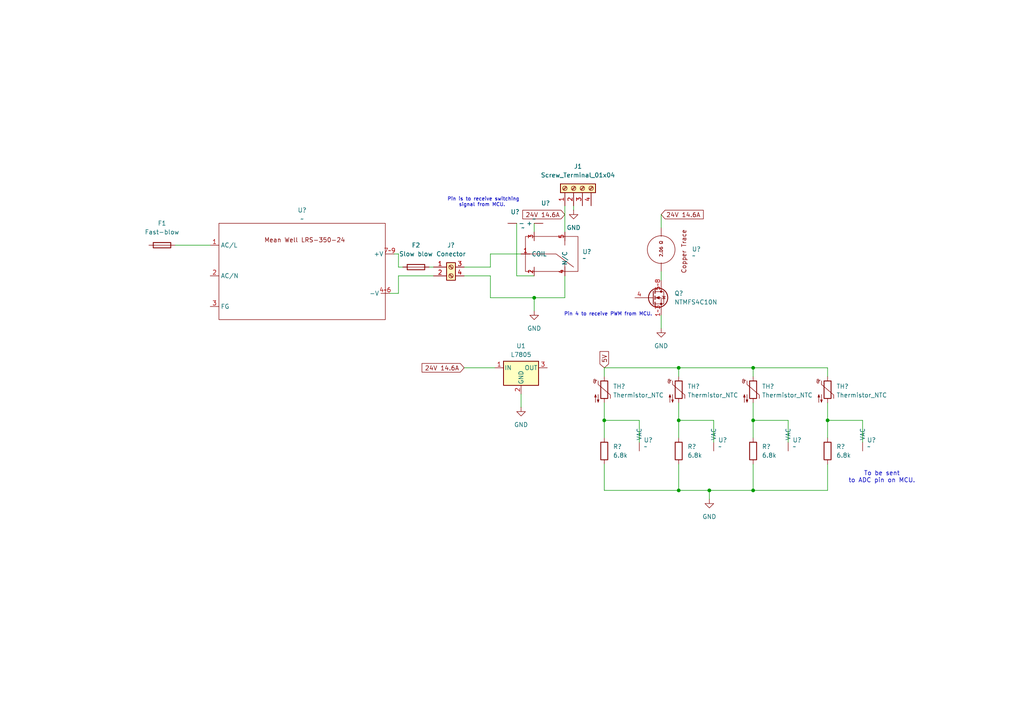
<source format=kicad_sch>
(kicad_sch (version 20231120) (generator "eeschema") (generator_version "8.0")
  (paper "A4")
  (title_block (title "May 22nd Update") (date "2025-05-22") (rev "1") (company "QRET"))
  (lib_symbols
    (symbol "Connector:Screw_Terminal_01x04" (pin_names (offset 1.016) hide)
      (property "Reference" "J" (at 0 5.08 0))
      (property "Value" "Screw_Terminal_01x04" (at 0 -7.62 0))
      (symbol "Screw_Terminal_01x04_1_1"
        (rectangle (start -1.27 3.81) (end 1.27 -6.35) (stroke (width 0.254)) (fill (type background)))
        (circle (center 0 -5.08) (radius 0.635) (stroke (width 0.1524)))
        (circle (center 0 -2.54) (radius 0.635) (stroke (width 0.1524)))
        (polyline (pts (xy -0.5334 -4.7498) (xy 0.3302 -5.588)) (stroke (width 0.1524)))
        (polyline (pts (xy -0.5334 -2.2098) (xy 0.3302 -3.048)) (stroke (width 0.1524)))
        (polyline (pts (xy -0.5334 0.3302) (xy 0.3302 -0.508)) (stroke (width 0.1524)))
        (polyline (pts (xy -0.5334 2.8702) (xy 0.3302 2.032)) (stroke (width 0.1524)))
        (polyline (pts (xy -0.3556 -4.572) (xy 0.508 -5.4102)) (stroke (width 0.1524)))
        (polyline (pts (xy -0.3556 -2.032) (xy 0.508 -2.8702)) (stroke (width 0.1524)))
        (polyline (pts (xy -0.3556 0.508) (xy 0.508 -0.3302)) (stroke (width 0.1524)))
        (polyline (pts (xy -0.3556 3.048) (xy 0.508 2.2098)) (stroke (width 0.1524)))
        (circle (center 0 0) (radius 0.635) (stroke (width 0.1524)))
        (circle (center 0 2.54) (radius 0.635) (stroke (width 0.1524)))
        (pin passive line (at -5.08 2.54 0) (length 3.81) (name "Pin_1") (number "1"))
        (pin passive line (at -5.08 0 0) (length 3.81) (name "Pin_2") (number "2"))
        (pin passive line (at -5.08 -2.54 0) (length 3.81) (name "Pin_3") (number "3"))
        (pin passive line (at -5.08 -5.08 0) (length 3.81) (name "Pin_4") (number "4"))
      )
    )
    (symbol "Device:Fuse" (pin_numbers hide) (pin_names (offset 0))
      (property "Reference" "F" (at 2.032 0 90))
      (property "Value" "Fuse" (at -1.905 0 90))
      (symbol "Fuse_0_1"
        (rectangle (start -0.762 -2.54) (end 0.762 2.54) (stroke (width 0.254)))
        (polyline (pts (xy 0 2.54) (xy 0 -2.54)))
      )
      (symbol "Fuse_1_1"
        (pin passive line (at 0 3.81 270) (length 1.27) (name "~") (number "1"))
        (pin passive line (at 0 -3.81 90) (length 1.27) (name "~") (number "2"))
      )
    )
    (symbol "Device:R" (pin_numbers hide) (pin_names (offset 0))
      (property "Reference" "R" (at 2.032 0 90))
      (property "Value" "R" (at 0 0 90))
      (symbol "R_0_1"
        (rectangle (start -1.016 -2.54) (end 1.016 2.54) (stroke (width 0.254)))
      )
      (symbol "R_1_1"
        (pin passive line (at 0 3.81 270) (length 1.27) (name "~") (number "1"))
        (pin passive line (at 0 -3.81 90) (length 1.27) (name "~") (number "2"))
      )
    )
    (symbol "Device:Thermistor_NTC" (pin_numbers hide) (pin_names (offset 0))
      (property "Reference" "TH" (at -4.445 0 90))
      (property "Value" "Thermistor_NTC" (at 3.175 0 90))
      (symbol "Thermistor_NTC_0_1"
        (arc (start -3.048 2.159) (mid -3.0495 2.3143) (end -3.175 2.413))
        (arc (start -3.048 2.159) (mid -2.9736 1.9794) (end -2.794 1.905))
        (arc (start -3.048 2.794) (mid -2.9736 2.6144) (end -2.794 2.54))
        (arc (start -2.794 1.905) (mid -2.6144 1.9794) (end -2.54 2.159))
        (arc (start -2.794 2.54) (mid -2.4393 2.5587) (end -2.159 2.794))
        (arc (start -2.794 3.048) (mid -2.9736 2.9736) (end -3.048 2.794))
        (arc (start -2.54 2.794) (mid -2.6144 2.9736) (end -2.794 3.048))
        (rectangle (start -1.016 2.54) (end 1.016 -2.54) (stroke (width 0.254)))
        (polyline (pts (xy -2.54 2.159) (xy -2.54 2.794)))
        (polyline (pts (xy -1.778 2.54) (xy -1.778 1.524) (xy 1.778 -1.524) (xy 1.778 -2.54)))
        (polyline (pts (xy -2.54 -3.683) (xy -2.54 -1.397) (xy -2.794 -2.159) (xy -2.286 -2.159) (xy -2.54 -1.397) (xy -2.54 -1.651)) (fill (type outline)))
        (polyline (pts (xy -1.778 -1.397) (xy -1.778 -3.683) (xy -2.032 -2.921) (xy -1.524 -2.921) (xy -1.778 -3.683) (xy -1.778 -3.429)) (fill (type outline)))
      )
      (symbol "Thermistor_NTC_1_1"
        (pin passive line (at 0 3.81 270) (length 1.27) (name "~") (number "1"))
        (pin passive line (at 0 -3.81 90) (length 1.27) (name "~") (number "2"))
      )
    )
    (symbol "Kapton PCB:3.3V"
      (property "Reference" "U" (at 0 0 0))
      (symbol "3.3V_1_1"
        (pin output line (at 2.54 1.27 180) (length 2.54) (name "3.3V") (number ""))
      )
    )
    (symbol "Kapton PCB:COIL_PIN_1"
      (property "Reference" "U" (at 0 0 0))
      (symbol "COIL_PIN_1_1_1"
        (pin input line (at -1.27 3.81 0) (length 2.54) (name "+") (number ""))
      )
    )
    (symbol "Kapton PCB:COIL_PIN_2"
      (property "Reference" "U" (at 0 0 0))
      (symbol "COIL_PIN_2_1_1"
        (pin output line (at -1.27 2.54 0) (length 2.54) (name "-") (number ""))
      )
    )
    (symbol "Kapton PCB:Conector" (pin_names (offset 1.016) hide)
      (property "Reference" "J" (at 0 2.54 0))
      (property "Value" "Conector" (at 0 -5.08 0))
      (symbol "Conector_1_1"
        (rectangle (start -1.27 1.27) (end 1.27 -3.81) (stroke (width 0.254)) (fill (type background)))
        (circle (center 0 -2.54) (radius 0.635) (stroke (width 0.1524)))
        (polyline (pts (xy -0.5334 -2.2098) (xy 0.3302 -3.048)) (stroke (width 0.1524)))
        (polyline (pts (xy -0.5334 0.3302) (xy 0.3302 -0.508)) (stroke (width 0.1524)))
        (polyline (pts (xy -0.3556 -2.032) (xy 0.508 -2.8702)) (stroke (width 0.1524)))
        (polyline (pts (xy -0.3556 0.508) (xy 0.508 -0.3302)) (stroke (width 0.1524)))
        (circle (center 0 0) (radius 0.635) (stroke (width 0.1524)))
        (pin passive line (at -5.08 0 0) (length 3.81) (name "Pin_1") (number "1"))
        (pin passive line (at -5.08 -2.54 0) (length 3.81) (name "Pin_2") (number "2"))
        (pin output line (at 3.81 0 180) (length 2.54) (name "") (number "3"))
        (pin output line (at 3.81 -2.54 180) (length 2.54) (name "") (number "4"))
      )
    )
    (symbol "Kapton PCB:Mechanical_Switch_Relay"
      (property "Reference" "U8" (at 8.89 8.2551 0))
      (property "Value" "~" (at 8.89 6.35 0))
      (symbol "Mechanical_Switch_Relay_0_1"
        (rectangle (start -7.62 12.7) (end 7.62 2.54))
        (polyline (pts (xy 3.81 3.81) (xy 3.81 5.08)))
        (polyline (pts (xy 3.81 11.43) (xy 3.81 10.16)))
        (polyline (pts (xy -6.35 7.62) (xy 1.27 7.62) (xy 6.35 3.81)))
      )
      (symbol "Mechanical_Switch_Relay_1_1"
        (pin input line (at -8.89 7.62 0) (length 2.54) (name "COIL") (number "1"))
        (pin input line (at -5.08 1.27 90) (length 2.54) (name "") (number "2"))
        (pin input line (at -5.08 13.97 270) (length 2.54) (name "") (number "3"))
        (pin output line (at 3.81 1.27 90) (length 2.54) (name "N/C") (number "4"))
        (pin output line (at 3.81 13.97 270) (length 2.54) (name "") (number "5"))
      )
    )
    (symbol "Kapton PCB:NTMFS4C10N" (pin_names hide)
      (property "Reference" "Q2" (at 6.35 1.2701 0))
      (property "Value" "NTMFS4C10N" (at 6.35 -1.2699 0))
      (symbol "NTMFS4C10N_0_1"
        (polyline (pts (xy 0.254 0) (xy -2.54 0)))
        (polyline (pts (xy 0.254 1.905) (xy 0.254 -1.905)) (stroke (width 0.254)))
        (polyline (pts (xy 0.762 -1.27) (xy 0.762 -2.286)) (stroke (width 0.254)))
        (polyline (pts (xy 0.762 0.508) (xy 0.762 -0.508)) (stroke (width 0.254)))
        (polyline (pts (xy 0.762 2.286) (xy 0.762 1.27)) (stroke (width 0.254)))
        (polyline (pts (xy 2.54 2.54) (xy 2.54 1.778)))
        (polyline (pts (xy 2.54 -2.54) (xy 2.54 0) (xy 0.762 0)))
        (polyline (pts (xy 0.762 -1.778) (xy 3.302 -1.778) (xy 3.302 1.778) (xy 0.762 1.778)))
        (polyline (pts (xy 1.016 0) (xy 2.032 0.381) (xy 2.032 -0.381) (xy 1.016 0)) (fill (type outline)))
        (polyline (pts (xy 2.794 0.508) (xy 2.921 0.381) (xy 3.683 0.381) (xy 3.81 0.254)))
        (polyline (pts (xy 3.302 0.381) (xy 2.921 -0.254) (xy 3.683 -0.254) (xy 3.302 0.381)))
        (circle (center 1.651 0) (radius 2.794) (stroke (width 0.254)))
        (circle (center 2.54 -1.778) (radius 0.254) (fill (type outline)))
        (circle (center 2.54 1.778) (radius 0.254) (fill (type outline)))
      )
      (symbol "NTMFS4C10N_1_1"
        (pin passive line (at 2.54 -5.08 90) (length 2.54) (name "S") (number "1~3"))
        (pin passive line (at 7.62 -6.35 90) (length 2.54) hide (name "S") (number "2"))
        (pin passive line (at 8.89 -6.35 90) (length 2.54) hide (name "S") (number "3"))
        (pin passive line (at -5.08 0 0) (length 2.54) (name "G") (number "4"))
        (pin passive line (at 2.54 5.08 270) (length 2.54) (name "D") (number "5~8"))
      )
    )
    (symbol "Kapton PCB:Resistive_Trace"
      (property "Reference" "U" (at 0 0 0))
      (symbol "Resistive_Trace_0_1"
        (circle (center 0 7.62) (radius 4.0161))
      )
      (symbol "Resistive_Trace_1_1"
        (text "2.06 Ω" (at -0.254 7.62 0) (effects (font (size 0.889 0.889))))
        (text "Copper Trace" (at 0.508 14.224 0) (effects (font (size 1.27 1.27))))
        (pin input line (at -6.35 7.62 0) (length 2.54) (name "") (number ""))
        (pin output line (at 6.35 7.62 180) (length 2.54) (name "") (number ""))
      )
    )
    (symbol "Kapton PCB:Thermisistor_Vout"
      (property "Reference" "U" (at 0 0 0))
      (symbol "Thermisistor_Vout_1_1"
        (pin output line (at 3.81 3.81 180) (length 2.54) (name "VAC") (number ""))
      )
    )
    (symbol "Mean_Well_LRS-350-24_1"
      (property "Reference" "U" (at 3.556 -3.556 0))
      (symbol "Mean_Well_LRS-350-24_1_0_1"
        (rectangle (start -22.86 27.94) (end 25.4 0))
      )
      (symbol "Mean_Well_LRS-350-24_1_1_1"
        (text "Mean Well LRS-350-24\n" (at 2.032 23.114 0) (effects (font (size 1.27 1.27))))
        (pin input line (at -25.4 21.59 0) (length 2.54) (name "AC/L") (number "1"))
        (pin input line (at -25.4 12.7 0) (length 2.54) (name "AC/N") (number "2"))
        (pin input line (at -25.4 3.81 0) (length 2.54) (name "FG") (number "3"))
        (pin output line (at 26.67 7.62 180) (length 2.54) (name "-V") (number "4~6"))
        (pin output line (at 27.94 19.05 180) (length 2.54) (name "+V") (number "7~9"))
      )
    )
    (symbol "Regulator_Linear:L7805" (pin_names (offset 0.254))
      (property "Reference" "U" (at -3.81 3.175 0))
      (property "Value" "L7805" (at 0 3.175 0))
      (symbol "L7805_0_1"
        (rectangle (start -5.08 1.905) (end 5.08 -5.08) (stroke (width 0.254)) (fill (type background)))
      )
      (symbol "L7805_1_1"
        (pin power_in line (at -7.62 0 0) (length 2.54) (name "IN") (number "1"))
        (pin power_in line (at 0 -7.62 90) (length 2.54) (name "GND") (number "2"))
        (pin power_out line (at 7.62 0 180) (length 2.54) (name "OUT") (number "3"))
      )
    )
    (symbol "power:GND" (power) (pin_numbers hide) (pin_names (offset 0) hide)
      (property "Value" "GND" (at 0 -3.81 0))
      (symbol "GND_0_1"
        (polyline (pts (xy 0 0) (xy 0 -1.27) (xy 1.27 -1.27) (xy 0 -2.54) (xy -1.27 -1.27) (xy 0 -1.27)))
      )
      (symbol "GND_1_1"
        (pin power_in line (at 0 0 270) (length 0) (name "~") (number "1"))
      )
    )
  )
  (junction (at 154.94 86.36))
  (junction (at 196.85 142.24))
  (junction (at 218.44 142.24))
  (junction (at 196.85 121.92))
  (junction (at 240.03 121.92))
  (junction (at 196.85 106.68))
  (junction (at 218.44 106.68))
  (junction (at 218.44 121.92))
  (junction (at 205.74 142.24))
  (junction (at 175.26 121.92))
  (wire (pts (xy 240.03 121.92) (xy 250.19 121.92)))
  (wire (pts (xy 196.85 121.92) (xy 207.01 121.92)))
  (wire (pts (xy 240.03 121.92) (xy 240.03 127)))
  (wire (pts (xy 240.03 106.68) (xy 240.03 109.22)))
  (wire (pts (xy 175.26 134.62) (xy 175.26 142.24)))
  (wire (pts (xy 175.26 106.68) (xy 175.26 109.22)))
  (wire (pts (xy 196.85 142.24) (xy 196.85 134.62)))
  (wire (pts (xy 218.44 116.84) (xy 218.44 121.92)))
  (wire (pts (xy 175.26 142.24) (xy 196.85 142.24)))
  (wire (pts (xy 191.77 95.25) (xy 191.77 91.44)))
  (wire (pts (xy 142.24 86.36) (xy 154.94 86.36)))
  (wire (pts (xy 175.26 106.68) (xy 196.85 106.68)))
  (wire (pts (xy 218.44 106.68) (xy 240.03 106.68)))
  (wire (pts (xy 175.26 121.92) (xy 185.42 121.92)))
  (wire (pts (xy 218.44 142.24) (xy 240.03 142.24)))
  (wire (pts (xy 205.74 142.24) (xy 196.85 142.24)))
  (wire (pts (xy 240.03 134.62) (xy 240.03 142.24)))
  (wire (pts (xy 163.83 80.01) (xy 163.83 86.36)))
  (wire (pts (xy 205.74 142.24) (xy 218.44 142.24)))
  (wire (pts (xy 250.19 121.92) (xy 250.19 128.27)))
  (wire (pts (xy 50.8 71.12) (xy 60.96 71.12)))
  (wire (pts (xy 228.6 121.92) (xy 228.6 128.27)))
  (wire (pts (xy 149.86 64.77) (xy 149.86 80.01)))
  (wire (pts (xy 191.77 78.74) (xy 191.77 81.28)))
  (wire (pts (xy 154.94 64.77) (xy 154.94 67.31)))
  (wire (pts (xy 154.94 80.01) (xy 149.86 80.01)))
  (wire (pts (xy 134.62 106.68) (xy 143.51 106.68)))
  (wire (pts (xy 142.24 77.47) (xy 142.24 73.66)))
  (wire (pts (xy 115.57 77.47) (xy 116.84 77.47)))
  (wire (pts (xy 163.83 59.69) (xy 163.83 67.31)))
  (wire (pts (xy 196.85 106.68) (xy 218.44 106.68)))
  (wire (pts (xy 142.24 80.01) (xy 134.62 80.01)))
  (wire (pts (xy 240.03 116.84) (xy 240.03 121.92)))
  (wire (pts (xy 142.24 80.01) (xy 142.24 86.36)))
  (wire (pts (xy 142.24 73.66) (xy 151.13 73.66)))
  (wire (pts (xy 196.85 116.84) (xy 196.85 121.92)))
  (wire (pts (xy 166.37 59.69) (xy 166.37 60.96)))
  (wire (pts (xy 154.94 86.36) (xy 154.94 90.17)))
  (wire (pts (xy 114.3 73.66) (xy 115.57 73.66)))
  (wire (pts (xy 115.57 85.09) (xy 115.57 80.01)))
  (wire (pts (xy 134.62 77.47) (xy 142.24 77.47)))
  (wire (pts (xy 115.57 73.66) (xy 115.57 77.47)))
  (wire (pts (xy 196.85 106.68) (xy 196.85 109.22)))
  (wire (pts (xy 151.13 114.3) (xy 151.13 118.11)))
  (wire (pts (xy 113.03 85.09) (xy 115.57 85.09)))
  (wire (pts (xy 205.74 142.24) (xy 205.74 144.78)))
  (wire (pts (xy 185.42 121.92) (xy 185.42 128.27)))
  (wire (pts (xy 191.77 66.04) (xy 191.77 62.23)))
  (wire (pts (xy 207.01 121.92) (xy 207.01 128.27)))
  (wire (pts (xy 218.44 106.68) (xy 218.44 109.22)))
  (wire (pts (xy 218.44 121.92) (xy 228.6 121.92)))
  (wire (pts (xy 124.46 77.47) (xy 125.73 77.47)))
  (wire (pts (xy 218.44 121.92) (xy 218.44 127)))
  (wire (pts (xy 175.26 116.84) (xy 175.26 121.92)))
  (wire (pts (xy 163.83 86.36) (xy 154.94 86.36)))
  (wire (pts (xy 196.85 121.92) (xy 196.85 127)))
  (wire (pts (xy 218.44 134.62) (xy 218.44 142.24)))
  (wire (pts (xy 115.57 80.01) (xy 125.73 80.01)))
  (wire (pts (xy 175.26 121.92) (xy 175.26 127)))
  (text "To be sent\n to ADC pin on MCU. " (at 255.778 138.43 0) (effects (font (size 1.27 1.27))))
  (text "Pin is to receive switching\nsignal from MCU. \n" (at 140.208 58.674 0) (effects (font (size 1.016 1.016))))
  (text "Pin 4 to receive PWM from MCU. \n" (at 176.784 91.186 0) (effects (font (size 1.016 1.016))))
  (global_label "24V 14.6A" (shape input) (at 191.77 62.23 0) (property "Intersheetrefs" "${INTERSHEET_REFS}" (effects (hide yes))))
  (global_label "5V" (shape input) (at 175.26 106.68 90) (property "Intersheetrefs" "${INTERSHEET_REFS}" (effects (hide yes))))
  (global_label "24V 14.6A" (shape input) (at 134.62 106.68 180) (property "Intersheetrefs" "${INTERSHEET_REFS}" (effects (hide yes))))
  (global_label "24V 14.6A" (shape input) (at 163.83 62.23 180) (property "Intersheetrefs" "${INTERSHEET_REFS}" (effects (hide yes))))
  (symbol (lib_id "Kapton PCB:COIL_PIN_1") (at 156.21 60.96 180) (unit 1)
    (property "Reference" "U?" (at 158.242 58.928 0))
    (property "Value" "~" (at 154.94 63.5 0))
  )
  (symbol (lib_id "Device:R") (at 240.03 130.81 0) (unit 1)
    (property "Reference" "R?" (at 242.57 129.5399 0) (effects (justify left)))
    (property "Value" "6.8k" (at 242.57 132.0799 0) (effects (justify left)))
    (property "Footprint" "footprints:Thermistor Resistors" (effects (hide yes)))
    (property "Description" "Resistor" (effects (hide yes)))
  )
  (symbol (lib_id "power:GND") (at 205.74 144.78 0) (unit 1)
    (property "Reference" "#PWR02" (effects (hide yes)))
    (property "Value" "GND" (at 205.74 149.86 0))
    (property "Description" "Power symbol creates a global label with name \"GND\" , ground" (effects (hide yes)))
  )
  (symbol (lib_id "Kapton PCB:Thermisistor_Vout") (at 203.2 127 270) (unit 1)
    (property "Reference" "U?" (at 208.28 127.6349 90) (effects (justify left)))
    (property "Value" "~" (at 208.28 129.54 90) (effects (justify left)))
  )
  (symbol (lib_id "Device:Thermistor_NTC") (at 196.85 113.03 0) (unit 1)
    (property "Reference" "TH?" (at 199.39 112.0774 0) (effects (justify left)))
    (property "Value" "Thermistor_NTC" (at 199.39 114.6174 0) (effects (justify left)))
    (property "Footprint" "footprints:Thermistor" (effects (hide yes)))
    (property "Description" "Temperature dependent resistor, negative temperature coefficient" (effects (hide yes)))
  )
  (symbol (lib_id "Device:Fuse") (at 46.99 71.12 90) (unit 1)
    (property "Reference" "F1" (at 46.99 64.77 90))
    (property "Value" "Fast-blow" (at 46.99 67.31 90))
    (property "Description" "Fuse" (effects (hide yes)))
  )
  (symbol (lib_id "Kapton PCB:Thermisistor_Vout") (at 224.79 127 270) (unit 1)
    (property "Reference" "U?" (at 229.87 127.6349 90) (effects (justify left)))
    (property "Value" "~" (at 229.87 129.54 90) (effects (justify left)))
  )
  (symbol (lib_id "Device:Thermistor_NTC") (at 175.26 113.03 0) (unit 1)
    (property "Reference" "TH?" (at 177.8 112.0774 0) (effects (justify left)))
    (property "Value" "Thermistor_NTC" (at 177.8 114.6174 0) (effects (justify left)))
    (property "Footprint" "footprints:Thermistor" (effects (hide yes)))
    (property "Description" "Temperature dependent resistor, negative temperature coefficient" (effects (hide yes)))
  )
  (symbol (lib_id "Device:Fuse") (at 120.65 77.47 90) (unit 1)
    (property "Reference" "F2" (at 120.65 71.12 90))
    (property "Value" "Slow blow" (at 120.65 73.66 90))
    (property "Description" "Fuse" (effects (hide yes)))
  )
  (symbol (lib_id "power:GND") (at -251.46 21.59 0) (unit 1)
    (property "Reference" "#PWR01" (effects (hide yes)))
    (property "Value" "GND" (at -251.46 26.67 0))
    (property "Description" "Power symbol creates a global label with name \"GND\" , ground" (effects (hide yes)))
  )
  (symbol (lib_id "Device:R") (at 218.44 130.81 0) (unit 1)
    (property "Reference" "R?" (at 220.98 129.5399 0) (effects (justify left)))
    (property "Value" "6.8k" (at 220.98 132.0799 0) (effects (justify left)))
    (property "Footprint" "footprints:Thermistor Resistors" (effects (hide yes)))
    (property "Description" "Resistor" (effects (hide yes)))
  )
  (symbol (lib_id "power:GND") (at 166.37 60.96 0) (unit 1)
    (property "Reference" "#PWR06" (effects (hide yes)))
    (property "Value" "GND" (at 166.37 66.04 0))
    (property "Description" "Power symbol creates a global label with name \"GND\" , ground" (effects (hide yes)))
  )
  (symbol (lib_id "power:GND") (at 191.77 95.25 0) (unit 1)
    (property "Reference" "#PWR03" (effects (hide yes)))
    (property "Value" "GND" (at 191.77 100.33 0))
    (property "Description" "Power symbol creates a global label with name \"GND\" , ground" (effects (hide yes)))
  )
  (symbol (lib_id "Kapton PCB:3.3V") (at -247.65 156.21 0) (unit 1)
    (property "Reference" "U?" (effects (hide yes)))
    (property "Value" "~" (at -247.65 153.67 0))
  )
  (symbol (lib_id "Connector:Screw_Terminal_01x04") (at 166.37 54.61 90) (unit 1)
    (property "Reference" "J1" (at 167.64 48.26 90))
    (property "Value" "Screw_Terminal_01x04" (at 167.64 50.8 90))
    (property "Description" "Generic screw terminal, single row, 01x04, script generated (kicad-library-utils/schlib/autogen/connector/)" (effects (hide yes)))
  )
  (symbol (lib_id "Kapton PCB:Mechanical_Switch_Relay") (at 160.02 81.28 0) (unit 1)
    (property "Reference" "U?" (at 168.91 73.0249 0) (effects (justify left)))
    (property "Value" "~" (at 168.91 74.93 0) (effects (justify left)))
    (property "Footprint" "footprints:Relay" (effects (hide yes)))
  )
  (symbol (lib_id "Kapton PCB:NTMFS4C10N") (at 189.23 86.36 0) (unit 1)
    (property "Reference" "Q?" (at 195.58 85.0899 0) (effects (justify left)))
    (property "Value" "NTMFS4C10N" (at 195.58 87.6299 0) (effects (justify left)))
    (property "Footprint" "Package_DFN_QFN:PQFN-8-EP_6x5mm_P1.27mm_Generic" (effects (hide yes)))
  )
  (symbol (lib_id "Device:Thermistor_NTC") (at 240.03 113.03 0) (unit 1)
    (property "Reference" "TH?" (at 242.57 112.0774 0) (effects (justify left)))
    (property "Value" "Thermistor_NTC" (at 242.57 114.6174 0) (effects (justify left)))
    (property "Footprint" "footprints:Thermistor" (effects (hide yes)))
    (property "Description" "Temperature dependent resistor, negative temperature coefficient" (effects (hide yes)))
  )
  (symbol (lib_id "Regulator_Linear:L7805") (at 151.13 106.68 0) (unit 1)
    (property "Reference" "U1" (at 151.13 100.33 0))
    (property "Value" "L7805" (at 151.13 102.87 0))
    (property "Datasheet" "http://www.st.com/content/ccc/resource/technical/document/datasheet/41/4f/b3/b0/12/d4/47/88/CD00000444.pdf/files/CD00000444.pdf/jcr:content/translations/en.CD00000444.pdf" (effects (hide yes)))
    (property "Description" "Positive 1.5A 35V Linear Regulator, Fixed Output 5V, TO-220/TO-263/TO-252" (effects (hide yes)))
  )
  (symbol (lib_id "Device:R") (at 196.85 130.81 0) (unit 1)
    (property "Reference" "R?" (at 199.39 129.5399 0) (effects (justify left)))
    (property "Value" "6.8k" (at 199.39 132.0799 0) (effects (justify left)))
    (property "Footprint" "footprints:Thermistor Resistors" (effects (hide yes)))
    (property "Description" "Resistor" (effects (hide yes)))
  )
  (symbol (lib_id "Kapton PCB:COIL_PIN_2") (at 148.59 67.31 0) (unit 1)
    (property "Reference" "U?" (at 148.082 61.468 0) (effects (justify left)))
    (property "Value" "~" (at 151.13 66.04 0) (effects (justify left)))
  )
  (symbol (lib_name "Mean_Well_LRS-350-24_1") (lib_id "Kapton PCB:Mean_Well_LRS-350-24") (at 86.36 92.71 0) (unit 1)
    (property "Reference" "U?" (at 87.63 60.96 0))
    (property "Value" "~" (at 87.63 63.5 0))
  )
  (symbol (lib_id "power:GND") (at 151.13 118.11 0) (unit 1)
    (property "Reference" "#PWR05" (effects (hide yes)))
    (property "Value" "GND" (at 151.13 123.19 0))
    (property "Description" "Power symbol creates a global label with name \"GND\" , ground" (effects (hide yes)))
  )
  (symbol (lib_id "Kapton PCB:Thermisistor_Vout") (at 246.38 127 270) (unit 1)
    (property "Reference" "U?" (at 251.46 127.6349 90) (effects (justify left)))
    (property "Value" "~" (at 251.46 129.54 90) (effects (justify left)))
  )
  (symbol (lib_id "Device:Thermistor_NTC") (at 218.44 113.03 0) (unit 1)
    (property "Reference" "TH?" (at 220.98 112.0774 0) (effects (justify left)))
    (property "Value" "Thermistor_NTC" (at 220.98 114.6174 0) (effects (justify left)))
    (property "Footprint" "footprints:Thermistor" (effects (hide yes)))
    (property "Description" "Temperature dependent resistor, negative temperature coefficient" (effects (hide yes)))
  )
  (symbol (lib_id "Kapton PCB:Resistive_Trace") (at 184.15 72.39 270) (unit 1)
    (property "Reference" "U?" (at 200.66 72.2629 90) (effects (justify left)))
    (property "Value" "~" (at 200.66 74.168 90) (effects (justify left)))
  )
  (symbol (lib_id "Device:R") (at 175.26 130.81 0) (unit 1)
    (property "Reference" "R?" (at 177.8 129.5399 0) (effects (justify left)))
    (property "Value" "6.8k" (at 177.8 132.0799 0) (effects (justify left)))
    (property "Footprint" "footprints:Thermistor Resistors" (effects (hide yes)))
    (property "Description" "Resistor" (effects (hide yes)))
  )
  (symbol (lib_id "Kapton PCB:Conector") (at 130.81 77.47 0) (unit 1)
    (property "Reference" "J?" (at 130.81 71.12 0))
    (property "Value" "Conector" (at 130.81 73.66 0))
    (property "Footprint" "footprints:Connector" (effects (hide yes)))
    (property "Description" "Generic screw terminal, single row, 01x02, script generated (kicad-library-utils/schlib/autogen/connector/)" (effects (hide yes)))
  )
  (symbol (lib_id "power:GND") (at 154.94 90.17 0) (unit 1)
    (property "Reference" "#PWR04" (effects (hide yes)))
    (property "Value" "GND" (at 154.94 95.25 0))
    (property "Description" "Power symbol creates a global label with name \"GND\" , ground" (effects (hide yes)))
  )
  (symbol (lib_id "Kapton PCB:Thermisistor_Vout") (at 181.61 127 270) (unit 1)
    (property "Reference" "U?" (at 186.69 127.6349 90) (effects (justify left)))
    (property "Value" "~" (at 186.69 129.54 90) (effects (justify left)))
  )
)
</source>
